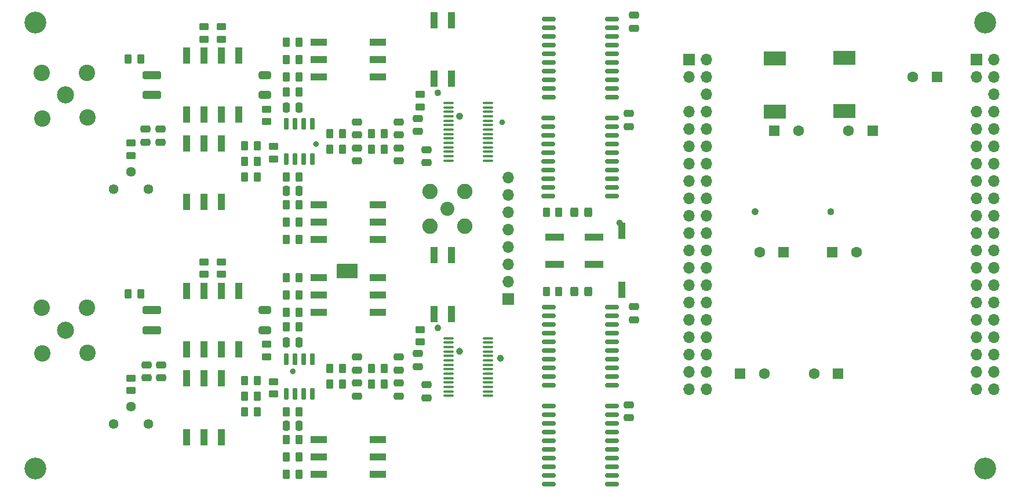
<source format=gbr>
%TF.GenerationSoftware,KiCad,Pcbnew,8.0.2*%
%TF.CreationDate,2025-02-26T14:51:05+00:00*%
%TF.ProjectId,misrc,6d697372-632e-46b6-9963-61645f706362,0.3*%
%TF.SameCoordinates,Original*%
%TF.FileFunction,Soldermask,Top*%
%TF.FilePolarity,Negative*%
%FSLAX46Y46*%
G04 Gerber Fmt 4.6, Leading zero omitted, Abs format (unit mm)*
G04 Created by KiCad (PCBNEW 8.0.2) date 2025-02-26 14:51:05*
%MOMM*%
%LPD*%
G01*
G04 APERTURE LIST*
G04 Aperture macros list*
%AMRoundRect*
0 Rectangle with rounded corners*
0 $1 Rounding radius*
0 $2 $3 $4 $5 $6 $7 $8 $9 X,Y pos of 4 corners*
0 Add a 4 corners polygon primitive as box body*
4,1,4,$2,$3,$4,$5,$6,$7,$8,$9,$2,$3,0*
0 Add four circle primitives for the rounded corners*
1,1,$1+$1,$2,$3*
1,1,$1+$1,$4,$5*
1,1,$1+$1,$6,$7*
1,1,$1+$1,$8,$9*
0 Add four rect primitives between the rounded corners*
20,1,$1+$1,$2,$3,$4,$5,0*
20,1,$1+$1,$4,$5,$6,$7,0*
20,1,$1+$1,$6,$7,$8,$9,0*
20,1,$1+$1,$8,$9,$2,$3,0*%
G04 Aperture macros list end*
%ADD10C,0.532905*%
%ADD11C,0.434210*%
%ADD12C,0.476609*%
%ADD13RoundRect,0.150000X-0.875000X-0.150000X0.875000X-0.150000X0.875000X0.150000X-0.875000X0.150000X0*%
%ADD14R,2.440000X1.120000*%
%ADD15R,1.600000X1.600000*%
%ADD16C,1.600000*%
%ADD17RoundRect,0.250000X-0.475000X0.250000X-0.475000X-0.250000X0.475000X-0.250000X0.475000X0.250000X0*%
%ADD18RoundRect,0.250000X-0.262500X-0.450000X0.262500X-0.450000X0.262500X0.450000X-0.262500X0.450000X0*%
%ADD19R,1.700000X1.700000*%
%ADD20O,1.700000X1.700000*%
%ADD21C,3.200000*%
%ADD22RoundRect,0.250000X-0.325000X-0.450000X0.325000X-0.450000X0.325000X0.450000X-0.325000X0.450000X0*%
%ADD23RoundRect,0.250000X1.100000X-0.325000X1.100000X0.325000X-1.100000X0.325000X-1.100000X-0.325000X0*%
%ADD24RoundRect,0.250000X-0.450000X0.262500X-0.450000X-0.262500X0.450000X-0.262500X0.450000X0.262500X0*%
%ADD25RoundRect,0.250000X0.450000X-0.262500X0.450000X0.262500X-0.450000X0.262500X-0.450000X-0.262500X0*%
%ADD26RoundRect,0.250000X0.262500X0.450000X-0.262500X0.450000X-0.262500X-0.450000X0.262500X-0.450000X0*%
%ADD27RoundRect,0.100000X-0.637500X-0.100000X0.637500X-0.100000X0.637500X0.100000X-0.637500X0.100000X0*%
%ADD28RoundRect,0.250000X-0.250000X-0.475000X0.250000X-0.475000X0.250000X0.475000X-0.250000X0.475000X0*%
%ADD29C,2.050000*%
%ADD30C,2.250000*%
%ADD31C,1.440000*%
%ADD32R,3.200000X2.000000*%
%ADD33R,1.120000X2.440000*%
%ADD34C,2.400000*%
%ADD35C,2.500000*%
%ADD36RoundRect,0.250000X0.475000X-0.250000X0.475000X0.250000X-0.475000X0.250000X-0.475000X-0.250000X0*%
%ADD37R,2.750000X1.000000*%
%ADD38RoundRect,0.250000X-0.650000X0.325000X-0.650000X-0.325000X0.650000X-0.325000X0.650000X0.325000X0*%
%ADD39RoundRect,0.150000X0.150000X-0.725000X0.150000X0.725000X-0.150000X0.725000X-0.150000X-0.725000X0*%
G04 APERTURE END LIST*
D10*
X132473452Y-116078000D02*
G75*
G02*
X131940548Y-116078000I-266452J0D01*
G01*
X131940548Y-116078000D02*
G75*
G02*
X132473452Y-116078000I266452J0D01*
G01*
X126504452Y-115062000D02*
G75*
G02*
X125971548Y-115062000I-266452J0D01*
G01*
X125971548Y-115062000D02*
G75*
G02*
X126504452Y-115062000I266452J0D01*
G01*
X126504452Y-80645000D02*
G75*
G02*
X125971548Y-80645000I-266452J0D01*
G01*
X125971548Y-80645000D02*
G75*
G02*
X126504452Y-80645000I266452J0D01*
G01*
D11*
X105478315Y-84709000D02*
G75*
G02*
X105044105Y-84709000I-217105J0D01*
G01*
X105044105Y-84709000D02*
G75*
G02*
X105478315Y-84709000I217105J0D01*
G01*
D10*
X169684452Y-94615000D02*
G75*
G02*
X169151548Y-94615000I-266452J0D01*
G01*
X169151548Y-94615000D02*
G75*
G02*
X169684452Y-94615000I266452J0D01*
G01*
D12*
X149864913Y-96266000D02*
G75*
G02*
X149388305Y-96266000I-238304J0D01*
G01*
X149388305Y-96266000D02*
G75*
G02*
X149864913Y-96266000I238304J0D01*
G01*
X123301304Y-77216000D02*
G75*
G02*
X122824696Y-77216000I-238304J0D01*
G01*
X122824696Y-77216000D02*
G75*
G02*
X123301304Y-77216000I238304J0D01*
G01*
X123301304Y-111633000D02*
G75*
G02*
X122824696Y-111633000I-238304J0D01*
G01*
X122824696Y-111633000D02*
G75*
G02*
X123301304Y-111633000I238304J0D01*
G01*
D11*
X132678105Y-81534000D02*
G75*
G02*
X132243895Y-81534000I-217105J0D01*
G01*
X132243895Y-81534000D02*
G75*
G02*
X132678105Y-81534000I217105J0D01*
G01*
D10*
X180733452Y-94615000D02*
G75*
G02*
X180200548Y-94615000I-266452J0D01*
G01*
X180200548Y-94615000D02*
G75*
G02*
X180733452Y-94615000I266452J0D01*
G01*
D11*
X102092895Y-117983000D02*
G75*
G02*
X101658685Y-117983000I-217105J0D01*
G01*
X101658685Y-117983000D02*
G75*
G02*
X102092895Y-117983000I217105J0D01*
G01*
D13*
%TO.C,U4*%
X139210000Y-80900000D03*
X139210000Y-82170000D03*
X139210000Y-83440000D03*
X139210000Y-84710000D03*
X139210000Y-85980000D03*
X139210000Y-87250000D03*
X139210000Y-88520000D03*
X139210000Y-89790000D03*
X139210000Y-91060000D03*
X139210000Y-92330000D03*
X148510000Y-92330000D03*
X148510000Y-91060000D03*
X148510000Y-89790000D03*
X148510000Y-88520000D03*
X148510000Y-87250000D03*
X148510000Y-85980000D03*
X148510000Y-84710000D03*
X148510000Y-83440000D03*
X148510000Y-82170000D03*
X148510000Y-80900000D03*
%TD*%
D14*
%TO.C,SW204*%
X105664000Y-93599000D03*
X105664000Y-96139000D03*
X105664000Y-98679000D03*
X114274000Y-98679000D03*
X114274000Y-96139000D03*
X114274000Y-93599000D03*
%TD*%
D15*
%TO.C,C19*%
X181554000Y-118364000D03*
D16*
X178054000Y-118364000D03*
%TD*%
D17*
%TO.C,C119*%
X117348000Y-119700000D03*
X117348000Y-121600000D03*
%TD*%
D18*
%TO.C,R120*%
X107291500Y-119888000D03*
X109116500Y-119888000D03*
%TD*%
D17*
%TO.C,C108*%
X111252000Y-115890000D03*
X111252000Y-117790000D03*
%TD*%
D18*
%TO.C,R211*%
X100928500Y-69850000D03*
X102753500Y-69850000D03*
%TD*%
D19*
%TO.C,J2*%
X133350000Y-107442000D03*
D20*
X133350000Y-104902000D03*
X133350000Y-102362000D03*
X133350000Y-99822000D03*
X133350000Y-97282000D03*
X133350000Y-94742000D03*
X133350000Y-92202000D03*
X133350000Y-89662000D03*
%TD*%
D18*
%TO.C,R213*%
X100928500Y-74930000D03*
X102753500Y-74930000D03*
%TD*%
D21*
%TO.C,H3*%
X203073000Y-132207000D03*
%TD*%
D18*
%TO.C,R101*%
X77827500Y-106680000D03*
X79652500Y-106680000D03*
%TD*%
D14*
%TO.C,SW103*%
X105677000Y-104267000D03*
X105677000Y-106807000D03*
X105677000Y-109347000D03*
X114287000Y-109347000D03*
X114287000Y-106807000D03*
X114287000Y-104267000D03*
%TD*%
D22*
%TO.C,D2*%
X142984000Y-94742000D03*
X145034000Y-94742000D03*
%TD*%
D18*
%TO.C,R116*%
X100941500Y-128016000D03*
X102766500Y-128016000D03*
%TD*%
D19*
%TO.C,J3*%
X201803000Y-72390000D03*
D20*
X204343000Y-72390000D03*
X201803000Y-74930000D03*
X204343000Y-74930000D03*
X204343000Y-77470000D03*
X201803000Y-80010000D03*
X204343000Y-80010000D03*
X201803000Y-82550000D03*
X204343000Y-82550000D03*
X201803000Y-85090000D03*
X204343000Y-85090000D03*
X201803000Y-87630000D03*
X204343000Y-87630000D03*
X201803000Y-90170000D03*
X204343000Y-90170000D03*
X201803000Y-92710000D03*
X204343000Y-92710000D03*
X201803000Y-95250000D03*
X204343000Y-95250000D03*
X201803000Y-97790000D03*
X204343000Y-97790000D03*
X201803000Y-100330000D03*
X204343000Y-100330000D03*
X201803000Y-102870000D03*
X204343000Y-102870000D03*
X201803000Y-105410000D03*
X204343000Y-105410000D03*
X201803000Y-107950000D03*
X204343000Y-107950000D03*
X201803000Y-110490000D03*
X204343000Y-110490000D03*
X201803000Y-113030000D03*
X204343000Y-113030000D03*
X201803000Y-115570000D03*
X204343000Y-115570000D03*
X201803000Y-118110000D03*
X204343000Y-118110000D03*
X201803000Y-120650000D03*
X204343000Y-120650000D03*
%TD*%
D23*
%TO.C,C101*%
X81280000Y-111965000D03*
X81280000Y-109015000D03*
%TD*%
D24*
%TO.C,R209*%
X98031000Y-79605500D03*
X98031000Y-81430500D03*
%TD*%
D25*
%TO.C,R203*%
X91427000Y-69365500D03*
X91427000Y-67540500D03*
%TD*%
D26*
%TO.C,R208*%
X96657500Y-84963000D03*
X94832500Y-84963000D03*
%TD*%
%TO.C,R206*%
X96657500Y-87249000D03*
X94832500Y-87249000D03*
%TD*%
D24*
%TO.C,R110*%
X99060000Y-119483500D03*
X99060000Y-121308500D03*
%TD*%
D27*
%TO.C,U102*%
X124645500Y-113123000D03*
X124645500Y-113773000D03*
X124645500Y-114423000D03*
X124645500Y-115073000D03*
X124645500Y-115723000D03*
X124645500Y-116373000D03*
X124645500Y-117023000D03*
X124645500Y-117673000D03*
X124645500Y-118323000D03*
X124645500Y-118973000D03*
X124645500Y-119623000D03*
X124645500Y-120273000D03*
X124645500Y-120923000D03*
X124645500Y-121573000D03*
X130370500Y-121573000D03*
X130370500Y-120923000D03*
X130370500Y-120273000D03*
X130370500Y-119623000D03*
X130370500Y-118973000D03*
X130370500Y-118323000D03*
X130370500Y-117673000D03*
X130370500Y-117023000D03*
X130370500Y-116373000D03*
X130370500Y-115723000D03*
X130370500Y-115073000D03*
X130370500Y-114423000D03*
X130370500Y-113773000D03*
X130370500Y-113123000D03*
%TD*%
D24*
%TO.C,R210*%
X99047000Y-85066500D03*
X99047000Y-86891500D03*
%TD*%
D28*
%TO.C,C106*%
X100904000Y-113792000D03*
X102804000Y-113792000D03*
%TD*%
D13*
%TO.C,U5*%
X139241000Y-66421000D03*
X139241000Y-67691000D03*
X139241000Y-68961000D03*
X139241000Y-70231000D03*
X139241000Y-71501000D03*
X139241000Y-72771000D03*
X139241000Y-74041000D03*
X139241000Y-75311000D03*
X139241000Y-76581000D03*
X139241000Y-77851000D03*
X148541000Y-77851000D03*
X148541000Y-76581000D03*
X148541000Y-75311000D03*
X148541000Y-74041000D03*
X148541000Y-72771000D03*
X148541000Y-71501000D03*
X148541000Y-70231000D03*
X148541000Y-68961000D03*
X148541000Y-67691000D03*
X148541000Y-66421000D03*
%TD*%
D17*
%TO.C,C225*%
X120129000Y-80965000D03*
X120129000Y-82865000D03*
%TD*%
D28*
%TO.C,C206*%
X100891000Y-79375000D03*
X102791000Y-79375000D03*
%TD*%
D18*
%TO.C,R215*%
X100928500Y-89535000D03*
X102753500Y-89535000D03*
%TD*%
D29*
%TO.C,J1*%
X124460000Y-94234000D03*
D30*
X121920000Y-91694000D03*
X121920000Y-96774000D03*
X127000000Y-91694000D03*
X127000000Y-96774000D03*
%TD*%
D14*
%TO.C,SW203*%
X105677000Y-69850000D03*
X105677000Y-72390000D03*
X105677000Y-74930000D03*
X114287000Y-74930000D03*
X114287000Y-72390000D03*
X114287000Y-69850000D03*
%TD*%
D31*
%TO.C,RV201*%
X75692000Y-91313000D03*
X78232000Y-88773000D03*
X80772000Y-91313000D03*
%TD*%
D15*
%TO.C,C17*%
X180721000Y-100584000D03*
D16*
X184221000Y-100584000D03*
%TD*%
D18*
%TO.C,R122*%
X113387500Y-119888000D03*
X115212500Y-119888000D03*
%TD*%
D32*
%TO.C,L1*%
X172339000Y-72173000D03*
X172339000Y-79973000D03*
%TD*%
D15*
%TO.C,C11*%
X186564651Y-82804000D03*
D16*
X183064651Y-82804000D03*
%TD*%
D26*
%TO.C,R108*%
X96670500Y-119380000D03*
X94845500Y-119380000D03*
%TD*%
%TO.C,R2*%
X140739500Y-106299000D03*
X138914500Y-106299000D03*
%TD*%
%TO.C,R106*%
X96670500Y-121666000D03*
X94845500Y-121666000D03*
%TD*%
D17*
%TO.C,C208*%
X111239000Y-81473000D03*
X111239000Y-83373000D03*
%TD*%
D13*
%TO.C,U2*%
X139241000Y-123063000D03*
X139241000Y-124333000D03*
X139241000Y-125603000D03*
X139241000Y-126873000D03*
X139241000Y-128143000D03*
X139241000Y-129413000D03*
X139241000Y-130683000D03*
X139241000Y-131953000D03*
X139241000Y-133223000D03*
X139241000Y-134493000D03*
X148541000Y-134493000D03*
X148541000Y-133223000D03*
X148541000Y-131953000D03*
X148541000Y-130683000D03*
X148541000Y-129413000D03*
X148541000Y-128143000D03*
X148541000Y-126873000D03*
X148541000Y-125603000D03*
X148541000Y-124333000D03*
X148541000Y-123063000D03*
%TD*%
D18*
%TO.C,R216*%
X100928500Y-93599000D03*
X102753500Y-93599000D03*
%TD*%
D33*
%TO.C,SW201*%
X86347000Y-80378000D03*
X88887000Y-80378000D03*
X91427000Y-80378000D03*
X93967000Y-80378000D03*
X93967000Y-71768000D03*
X91427000Y-71768000D03*
X88887000Y-71768000D03*
X86347000Y-71768000D03*
%TD*%
D25*
%TO.C,R223*%
X120510000Y-79271500D03*
X120510000Y-77446500D03*
%TD*%
D21*
%TO.C,H2*%
X64262000Y-132207000D03*
%TD*%
D22*
%TO.C,D1*%
X142984000Y-106299000D03*
X145034000Y-106299000D03*
%TD*%
D32*
%TO.C,L2*%
X182499000Y-72083000D03*
X182499000Y-79883000D03*
%TD*%
D25*
%TO.C,R102*%
X88900000Y-103782500D03*
X88900000Y-101957500D03*
%TD*%
D34*
%TO.C,J202*%
X71850000Y-80840000D03*
X65240000Y-80950000D03*
X71800000Y-74260000D03*
X65200000Y-74270000D03*
D35*
X68640000Y-77550000D03*
%TD*%
D23*
%TO.C,C201*%
X81267000Y-77548000D03*
X81267000Y-74598000D03*
%TD*%
D18*
%TO.C,R115*%
X100941500Y-123952000D03*
X102766500Y-123952000D03*
%TD*%
%TO.C,R111*%
X100941500Y-104267000D03*
X102766500Y-104267000D03*
%TD*%
D33*
%TO.C,SW105*%
X125095000Y-100978000D03*
X122555000Y-100978000D03*
X122555000Y-109588000D03*
X125095000Y-109588000D03*
%TD*%
D36*
%TO.C,C224*%
X121399000Y-87437000D03*
X121399000Y-85537000D03*
%TD*%
D18*
%TO.C,R220*%
X107278500Y-85471000D03*
X109103500Y-85471000D03*
%TD*%
D17*
%TO.C,C109*%
X111252000Y-119700000D03*
X111252000Y-121600000D03*
%TD*%
%TO.C,C125*%
X120142000Y-115382000D03*
X120142000Y-117282000D03*
%TD*%
%TO.C,C209*%
X111239000Y-85283000D03*
X111239000Y-87183000D03*
%TD*%
D18*
%TO.C,R212*%
X100928500Y-72390000D03*
X102753500Y-72390000D03*
%TD*%
%TO.C,R113*%
X100941500Y-109347000D03*
X102766500Y-109347000D03*
%TD*%
D26*
%TO.C,R207*%
X96657500Y-89535000D03*
X94832500Y-89535000D03*
%TD*%
D18*
%TO.C,R222*%
X113374500Y-85471000D03*
X115199500Y-85471000D03*
%TD*%
D15*
%TO.C,C10*%
X172240000Y-82801000D03*
D16*
X175740000Y-82801000D03*
%TD*%
D13*
%TO.C,U3*%
X139241000Y-108585000D03*
X139241000Y-109855000D03*
X139241000Y-111125000D03*
X139241000Y-112395000D03*
X139241000Y-113665000D03*
X139241000Y-114935000D03*
X139241000Y-116205000D03*
X139241000Y-117475000D03*
X139241000Y-118745000D03*
X139241000Y-120015000D03*
X148541000Y-120015000D03*
X148541000Y-118745000D03*
X148541000Y-117475000D03*
X148541000Y-116205000D03*
X148541000Y-114935000D03*
X148541000Y-113665000D03*
X148541000Y-112395000D03*
X148541000Y-111125000D03*
X148541000Y-109855000D03*
X148541000Y-108585000D03*
%TD*%
D36*
%TO.C,C128*%
X82677000Y-118933000D03*
X82677000Y-117033000D03*
%TD*%
D28*
%TO.C,C107*%
X100904000Y-125984000D03*
X102804000Y-125984000D03*
%TD*%
D26*
%TO.C,R107*%
X96670500Y-123952000D03*
X94845500Y-123952000D03*
%TD*%
D18*
%TO.C,R218*%
X100928500Y-98679000D03*
X102753500Y-98679000D03*
%TD*%
%TO.C,R119*%
X107291500Y-117602000D03*
X109116500Y-117602000D03*
%TD*%
D15*
%TO.C,C6*%
X195962651Y-74930000D03*
D16*
X192462651Y-74930000D03*
%TD*%
D15*
%TO.C,C18*%
X167259000Y-118364000D03*
D16*
X170759000Y-118364000D03*
%TD*%
D18*
%TO.C,R219*%
X107278500Y-83185000D03*
X109103500Y-83185000D03*
%TD*%
D33*
%TO.C,SW2*%
X149987000Y-106019000D03*
X149987000Y-97409000D03*
%TD*%
D37*
%TO.C,SW1*%
X145882000Y-102330000D03*
X140122000Y-102330000D03*
X145882000Y-98330000D03*
X140122000Y-98330000D03*
%TD*%
D21*
%TO.C,H1*%
X64262000Y-66929000D03*
%TD*%
D17*
%TO.C,C2*%
X151003000Y-80269000D03*
X151003000Y-82169000D03*
%TD*%
D38*
%TO.C,C105*%
X97790000Y-109015000D03*
X97790000Y-111965000D03*
%TD*%
D36*
%TO.C,C228*%
X82550000Y-84450000D03*
X82550000Y-82550000D03*
%TD*%
D18*
%TO.C,R201*%
X77814500Y-72263000D03*
X79639500Y-72263000D03*
%TD*%
D35*
%TO.C,J201*%
X68645000Y-111960000D03*
D34*
X65205000Y-108680000D03*
X71805000Y-108670000D03*
X65245000Y-115360000D03*
X71855000Y-115250000D03*
%TD*%
D18*
%TO.C,R217*%
X100928500Y-96139000D03*
X102753500Y-96139000D03*
%TD*%
D17*
%TO.C,C118*%
X117348000Y-115890000D03*
X117348000Y-117790000D03*
%TD*%
%TO.C,C4*%
X151003000Y-122875000D03*
X151003000Y-124775000D03*
%TD*%
D18*
%TO.C,R118*%
X100941500Y-133096000D03*
X102766500Y-133096000D03*
%TD*%
%TO.C,R221*%
X113374500Y-83185000D03*
X115199500Y-83185000D03*
%TD*%
D15*
%TO.C,C16*%
X173609000Y-100584000D03*
D16*
X170109000Y-100584000D03*
%TD*%
D24*
%TO.C,R228*%
X78232000Y-84558500D03*
X78232000Y-86383500D03*
%TD*%
D33*
%TO.C,SW101*%
X86360000Y-114795000D03*
X88900000Y-114795000D03*
X91440000Y-114795000D03*
X93980000Y-114795000D03*
X93980000Y-106185000D03*
X91440000Y-106185000D03*
X88900000Y-106185000D03*
X86360000Y-106185000D03*
%TD*%
D24*
%TO.C,R109*%
X98044000Y-114022500D03*
X98044000Y-115847500D03*
%TD*%
D36*
%TO.C,C227*%
X80391000Y-84450000D03*
X80391000Y-82550000D03*
%TD*%
D33*
%TO.C,SW202*%
X91427000Y-84608000D03*
X88887000Y-84608000D03*
X86347000Y-84608000D03*
X86347000Y-93218000D03*
X88887000Y-93218000D03*
X91427000Y-93218000D03*
%TD*%
D18*
%TO.C,R112*%
X100941500Y-106807000D03*
X102766500Y-106807000D03*
%TD*%
D25*
%TO.C,R103*%
X91440000Y-103782500D03*
X91440000Y-101957500D03*
%TD*%
D39*
%TO.C,U201*%
X100965000Y-86903000D03*
X102235000Y-86903000D03*
X103505000Y-86903000D03*
X104775000Y-86903000D03*
X104775000Y-81753000D03*
X103505000Y-81753000D03*
X102235000Y-81753000D03*
X100965000Y-81753000D03*
%TD*%
D17*
%TO.C,C219*%
X117335000Y-85283000D03*
X117335000Y-87183000D03*
%TD*%
D21*
%TO.C,H4*%
X203073000Y-66929000D03*
%TD*%
D27*
%TO.C,U202*%
X124632500Y-78706000D03*
X124632500Y-79356000D03*
X124632500Y-80006000D03*
X124632500Y-80656000D03*
X124632500Y-81306000D03*
X124632500Y-81956000D03*
X124632500Y-82606000D03*
X124632500Y-83256000D03*
X124632500Y-83906000D03*
X124632500Y-84556000D03*
X124632500Y-85206000D03*
X124632500Y-85856000D03*
X124632500Y-86506000D03*
X124632500Y-87156000D03*
X130357500Y-87156000D03*
X130357500Y-86506000D03*
X130357500Y-85856000D03*
X130357500Y-85206000D03*
X130357500Y-84556000D03*
X130357500Y-83906000D03*
X130357500Y-83256000D03*
X130357500Y-82606000D03*
X130357500Y-81956000D03*
X130357500Y-81306000D03*
X130357500Y-80656000D03*
X130357500Y-80006000D03*
X130357500Y-79356000D03*
X130357500Y-78706000D03*
%TD*%
D25*
%TO.C,R202*%
X88887000Y-69365500D03*
X88887000Y-67540500D03*
%TD*%
D18*
%TO.C,R121*%
X113387500Y-117602000D03*
X115212500Y-117602000D03*
%TD*%
%TO.C,R214*%
X100928500Y-77089000D03*
X102753500Y-77089000D03*
%TD*%
D33*
%TO.C,SW205*%
X125082000Y-66561000D03*
X122542000Y-66561000D03*
X122542000Y-75171000D03*
X125082000Y-75171000D03*
%TD*%
D17*
%TO.C,C3*%
X151765000Y-108524000D03*
X151765000Y-110424000D03*
%TD*%
D39*
%TO.C,U101*%
X100965000Y-121320000D03*
X102235000Y-121320000D03*
X103505000Y-121320000D03*
X104775000Y-121320000D03*
X104775000Y-116170000D03*
X103505000Y-116170000D03*
X102235000Y-116170000D03*
X100965000Y-116170000D03*
%TD*%
D31*
%TO.C,RV101*%
X75707000Y-125685000D03*
X78247000Y-123145000D03*
X80787000Y-125685000D03*
%TD*%
D33*
%TO.C,SW102*%
X91440000Y-119025000D03*
X88900000Y-119025000D03*
X86360000Y-119025000D03*
X86360000Y-127635000D03*
X88900000Y-127635000D03*
X91440000Y-127635000D03*
%TD*%
D26*
%TO.C,R3*%
X140739500Y-94742000D03*
X138914500Y-94742000D03*
%TD*%
D24*
%TO.C,R127*%
X78232000Y-118999000D03*
X78232000Y-120824000D03*
%TD*%
D18*
%TO.C,R117*%
X100941500Y-130556000D03*
X102766500Y-130556000D03*
%TD*%
D25*
%TO.C,R123*%
X120523000Y-113688500D03*
X120523000Y-111863500D03*
%TD*%
D36*
%TO.C,C124*%
X121412000Y-121854000D03*
X121412000Y-119954000D03*
%TD*%
D19*
%TO.C,J4*%
X159800000Y-72390000D03*
D20*
X162340000Y-72390000D03*
X159800000Y-74930000D03*
X162340000Y-74930000D03*
X162340000Y-77470000D03*
X159800000Y-80010000D03*
X162340000Y-80010000D03*
X159800000Y-82550000D03*
X162340000Y-82550000D03*
X159800000Y-85090000D03*
X162340000Y-85090000D03*
X159800000Y-87630000D03*
X162340000Y-87630000D03*
X159800000Y-90170000D03*
X162340000Y-90170000D03*
X159800000Y-92710000D03*
X162340000Y-92710000D03*
X159800000Y-95250000D03*
X162340000Y-95250000D03*
X159800000Y-97790000D03*
X162340000Y-97790000D03*
X159800000Y-100330000D03*
X162340000Y-100330000D03*
X159800000Y-102870000D03*
X162340000Y-102870000D03*
X159800000Y-105410000D03*
X162340000Y-105410000D03*
X159800000Y-107950000D03*
X162340000Y-107950000D03*
X159800000Y-110490000D03*
X162340000Y-110490000D03*
X159800000Y-113030000D03*
X162340000Y-113030000D03*
X159800000Y-115570000D03*
X162340000Y-115570000D03*
X159800000Y-118110000D03*
X162340000Y-118110000D03*
X159800000Y-120650000D03*
X162340000Y-120650000D03*
%TD*%
D36*
%TO.C,C127*%
X80518000Y-118933000D03*
X80518000Y-117033000D03*
%TD*%
D14*
%TO.C,SW104*%
X105677000Y-128016000D03*
X105677000Y-130556000D03*
X105677000Y-133096000D03*
X114287000Y-133096000D03*
X114287000Y-130556000D03*
X114287000Y-128016000D03*
%TD*%
D17*
%TO.C,C1*%
X151765000Y-65852000D03*
X151765000Y-67752000D03*
%TD*%
D28*
%TO.C,C207*%
X100891000Y-91567000D03*
X102791000Y-91567000D03*
%TD*%
D38*
%TO.C,C205*%
X97777000Y-74598000D03*
X97777000Y-77548000D03*
%TD*%
D17*
%TO.C,C218*%
X117335000Y-81473000D03*
X117335000Y-83373000D03*
%TD*%
D18*
%TO.C,R114*%
X100941500Y-111506000D03*
X102766500Y-111506000D03*
%TD*%
G36*
X111322039Y-102254685D02*
G01*
X111367794Y-102307489D01*
X111379000Y-102359000D01*
X111379000Y-104270000D01*
X111359315Y-104337039D01*
X111306511Y-104382794D01*
X111255000Y-104394000D01*
X108455000Y-104394000D01*
X108387961Y-104374315D01*
X108342206Y-104321511D01*
X108331000Y-104270000D01*
X108331000Y-102359000D01*
X108350685Y-102291961D01*
X108403489Y-102246206D01*
X108455000Y-102235000D01*
X111255000Y-102235000D01*
X111322039Y-102254685D01*
G37*
M02*

</source>
